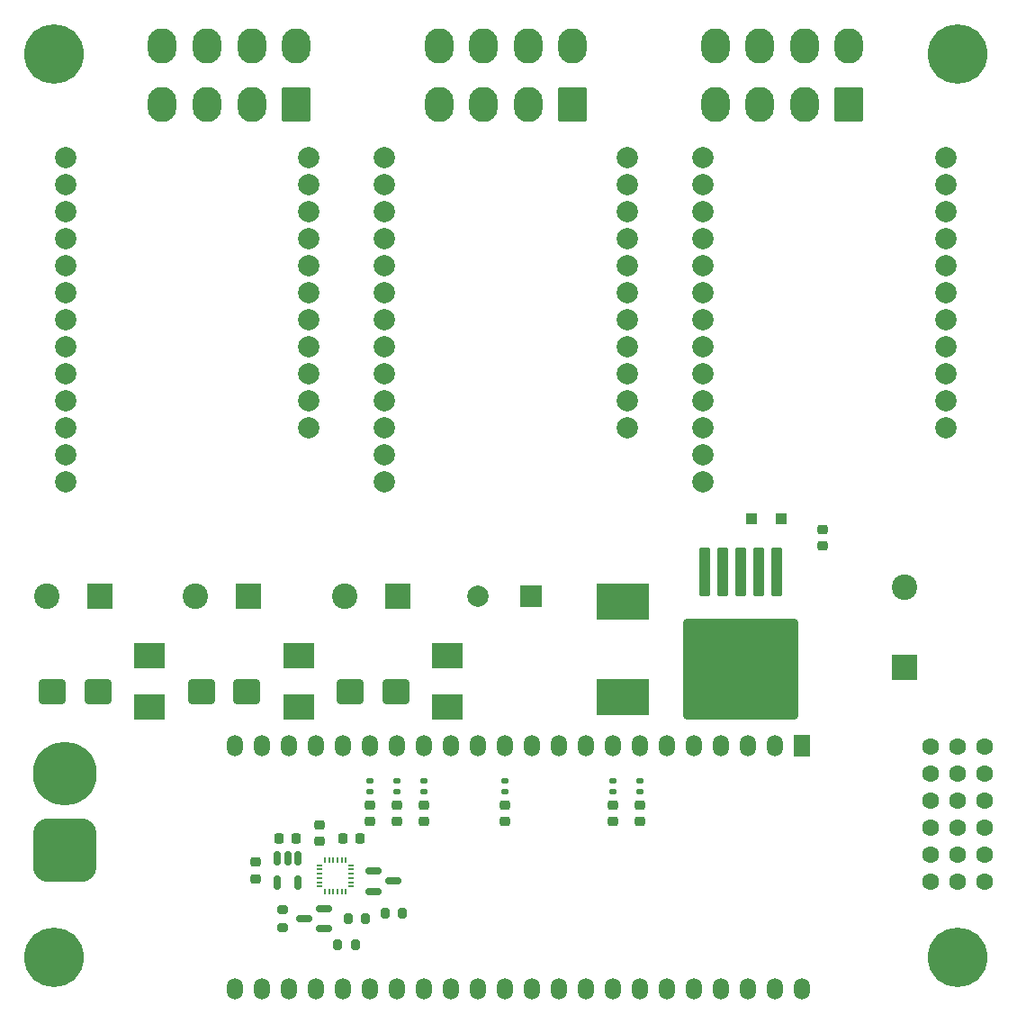
<source format=gts>
%TF.GenerationSoftware,KiCad,Pcbnew,7.0.8*%
%TF.CreationDate,2024-01-29T21:33:25+01:00*%
%TF.ProjectId,cube-motherboard,63756265-2d6d-46f7-9468-6572626f6172,rev?*%
%TF.SameCoordinates,Original*%
%TF.FileFunction,Soldermask,Top*%
%TF.FilePolarity,Negative*%
%FSLAX46Y46*%
G04 Gerber Fmt 4.6, Leading zero omitted, Abs format (unit mm)*
G04 Created by KiCad (PCBNEW 7.0.8) date 2024-01-29 21:33:25*
%MOMM*%
%LPD*%
G01*
G04 APERTURE LIST*
G04 Aperture macros list*
%AMRoundRect*
0 Rectangle with rounded corners*
0 $1 Rounding radius*
0 $2 $3 $4 $5 $6 $7 $8 $9 X,Y pos of 4 corners*
0 Add a 4 corners polygon primitive as box body*
4,1,4,$2,$3,$4,$5,$6,$7,$8,$9,$2,$3,0*
0 Add four circle primitives for the rounded corners*
1,1,$1+$1,$2,$3*
1,1,$1+$1,$4,$5*
1,1,$1+$1,$6,$7*
1,1,$1+$1,$8,$9*
0 Add four rect primitives between the rounded corners*
20,1,$1+$1,$2,$3,$4,$5,0*
20,1,$1+$1,$4,$5,$6,$7,0*
20,1,$1+$1,$6,$7,$8,$9,0*
20,1,$1+$1,$8,$9,$2,$3,0*%
G04 Aperture macros list end*
%ADD10C,2.000000*%
%ADD11R,5.000000X3.400000*%
%ADD12C,1.600000*%
%ADD13R,3.000000X2.400000*%
%ADD14RoundRect,0.147500X0.172500X-0.147500X0.172500X0.147500X-0.172500X0.147500X-0.172500X-0.147500X0*%
%ADD15RoundRect,0.225000X0.250000X-0.225000X0.250000X0.225000X-0.250000X0.225000X-0.250000X-0.225000X0*%
%ADD16RoundRect,0.150000X-0.150000X0.512500X-0.150000X-0.512500X0.150000X-0.512500X0.150000X0.512500X0*%
%ADD17RoundRect,0.250000X-1.000000X-0.900000X1.000000X-0.900000X1.000000X0.900000X-1.000000X0.900000X0*%
%ADD18R,1.500000X2.000000*%
%ADD19O,1.500000X2.000000*%
%ADD20RoundRect,0.225000X-0.225000X-0.250000X0.225000X-0.250000X0.225000X0.250000X-0.225000X0.250000X0*%
%ADD21C,5.600000*%
%ADD22RoundRect,0.150000X0.587500X0.150000X-0.587500X0.150000X-0.587500X-0.150000X0.587500X-0.150000X0*%
%ADD23RoundRect,1.500000X1.500000X-1.500000X1.500000X1.500000X-1.500000X1.500000X-1.500000X-1.500000X0*%
%ADD24C,6.000000*%
%ADD25R,2.000000X2.000000*%
%ADD26RoundRect,0.050000X0.225000X0.050000X-0.225000X0.050000X-0.225000X-0.050000X0.225000X-0.050000X0*%
%ADD27RoundRect,0.050000X-0.050000X0.225000X-0.050000X-0.225000X0.050000X-0.225000X0.050000X0.225000X0*%
%ADD28RoundRect,0.200000X-0.200000X-0.275000X0.200000X-0.275000X0.200000X0.275000X-0.200000X0.275000X0*%
%ADD29RoundRect,0.250001X1.099999X1.399999X-1.099999X1.399999X-1.099999X-1.399999X1.099999X-1.399999X0*%
%ADD30O,2.700000X3.300000*%
%ADD31RoundRect,0.250000X-0.300000X-0.300000X0.300000X-0.300000X0.300000X0.300000X-0.300000X0.300000X0*%
%ADD32R,2.400000X2.400000*%
%ADD33C,2.400000*%
%ADD34RoundRect,0.200000X0.200000X0.275000X-0.200000X0.275000X-0.200000X-0.275000X0.200000X-0.275000X0*%
%ADD35RoundRect,0.200000X0.275000X-0.200000X0.275000X0.200000X-0.275000X0.200000X-0.275000X-0.200000X0*%
%ADD36RoundRect,0.225000X0.225000X0.250000X-0.225000X0.250000X-0.225000X-0.250000X0.225000X-0.250000X0*%
%ADD37RoundRect,0.150000X-0.587500X-0.150000X0.587500X-0.150000X0.587500X0.150000X-0.587500X0.150000X0*%
%ADD38RoundRect,0.250000X-0.300000X2.050000X-0.300000X-2.050000X0.300000X-2.050000X0.300000X2.050000X0*%
%ADD39RoundRect,0.250002X-5.149998X4.449998X-5.149998X-4.449998X5.149998X-4.449998X5.149998X4.449998X0*%
G04 APERTURE END LIST*
D10*
%TO.C,U3*%
X86070000Y-34760000D03*
X86070000Y-37300000D03*
X86070000Y-39840000D03*
X86070000Y-42380000D03*
X86070000Y-44920000D03*
X86070000Y-47460000D03*
X86070000Y-50000000D03*
X86070000Y-52540000D03*
X86070000Y-55080000D03*
X86070000Y-57620000D03*
X86070000Y-60160000D03*
X86070000Y-62700000D03*
X86070000Y-65240000D03*
X108930000Y-60160000D03*
X108930000Y-57620000D03*
X108930000Y-55080000D03*
X108930000Y-52540000D03*
X108930000Y-50000000D03*
X108930000Y-47460000D03*
X108930000Y-44920000D03*
X108930000Y-42380000D03*
X108930000Y-39840000D03*
X108930000Y-37300000D03*
X108930000Y-34760000D03*
%TD*%
%TO.C,U2*%
X56070000Y-34760000D03*
X56070000Y-37300000D03*
X56070000Y-39840000D03*
X56070000Y-42380000D03*
X56070000Y-44920000D03*
X56070000Y-47460000D03*
X56070000Y-50000000D03*
X56070000Y-52540000D03*
X56070000Y-55080000D03*
X56070000Y-57620000D03*
X56070000Y-60160000D03*
X56070000Y-62700000D03*
X56070000Y-65240000D03*
X78930000Y-60160000D03*
X78930000Y-57620000D03*
X78930000Y-55080000D03*
X78930000Y-52540000D03*
X78930000Y-50000000D03*
X78930000Y-47460000D03*
X78930000Y-44920000D03*
X78930000Y-42380000D03*
X78930000Y-39840000D03*
X78930000Y-37300000D03*
X78930000Y-34760000D03*
%TD*%
%TO.C,U1*%
X26070000Y-34760000D03*
X26070000Y-37300000D03*
X26070000Y-39840000D03*
X26070000Y-42380000D03*
X26070000Y-44920000D03*
X26070000Y-47460000D03*
X26070000Y-50000000D03*
X26070000Y-52540000D03*
X26070000Y-55080000D03*
X26070000Y-57620000D03*
X26070000Y-60160000D03*
X26070000Y-62700000D03*
X26070000Y-65240000D03*
X48930000Y-60160000D03*
X48930000Y-57620000D03*
X48930000Y-55080000D03*
X48930000Y-52540000D03*
X48930000Y-50000000D03*
X48930000Y-47460000D03*
X48930000Y-44920000D03*
X48930000Y-42380000D03*
X48930000Y-39840000D03*
X48930000Y-37300000D03*
X48930000Y-34760000D03*
%TD*%
D11*
%TO.C,L1*%
X78500000Y-76550000D03*
X78500000Y-85450000D03*
%TD*%
D12*
%TO.C,J5*%
X107460000Y-102850000D03*
X107460000Y-100310000D03*
X107460000Y-97770000D03*
X107460000Y-95230000D03*
X107460000Y-92690000D03*
X107460000Y-90150000D03*
X110000000Y-102850000D03*
X110000000Y-100310000D03*
X110000000Y-97770000D03*
X110000000Y-95230000D03*
X110000000Y-92690000D03*
X110000000Y-90150000D03*
X112540000Y-102850000D03*
X112540000Y-100310000D03*
X112540000Y-97770000D03*
X112540000Y-95230000D03*
X112540000Y-92690000D03*
X112540000Y-90150000D03*
%TD*%
D13*
%TO.C,F3*%
X62000000Y-86430000D03*
X62000000Y-81570000D03*
%TD*%
%TO.C,F2*%
X48000000Y-86430000D03*
X48000000Y-81570000D03*
%TD*%
%TO.C,F1*%
X34000000Y-86430000D03*
X34000000Y-81570000D03*
%TD*%
D14*
%TO.C,D9*%
X77612080Y-94365000D03*
X77612080Y-93395000D03*
%TD*%
D15*
%TO.C,C10*%
X77612080Y-97195000D03*
X77612080Y-95645000D03*
%TD*%
D16*
%TO.C,U6*%
X47925000Y-100662500D03*
X46975000Y-100662500D03*
X46025000Y-100662500D03*
X46025000Y-102937500D03*
X47925000Y-102937500D03*
%TD*%
D14*
%TO.C,D7*%
X59832080Y-94365000D03*
X59832080Y-93395000D03*
%TD*%
D17*
%TO.C,D3*%
X52850000Y-85000000D03*
X57150000Y-85000000D03*
%TD*%
D14*
%TO.C,D6*%
X54752080Y-94365000D03*
X54752080Y-93395000D03*
%TD*%
D18*
%TO.C,U4*%
X95392080Y-90070000D03*
D19*
X92852080Y-90070000D03*
X90312080Y-90070000D03*
X87772080Y-90070000D03*
X85232080Y-90070000D03*
X82692080Y-90070000D03*
X80152080Y-90070000D03*
X77612080Y-90070000D03*
X75072080Y-90070000D03*
X72532080Y-90070000D03*
X69992080Y-90070000D03*
X67452080Y-90070000D03*
X64912080Y-90070000D03*
X62372080Y-90070000D03*
X59832080Y-90070000D03*
X57292080Y-90070000D03*
X54752080Y-90070000D03*
X52212080Y-90070000D03*
X49672080Y-90070000D03*
X47134800Y-90066320D03*
X44594800Y-90066320D03*
X42054800Y-90066320D03*
X42052080Y-112930000D03*
X44592080Y-112930000D03*
X47132080Y-112930000D03*
X49672080Y-112930000D03*
X52212080Y-112930000D03*
X54752080Y-112930000D03*
X57292080Y-112930000D03*
X59832080Y-112930000D03*
X62372080Y-112930000D03*
X64912080Y-112930000D03*
X67452080Y-112930000D03*
X69992080Y-112930000D03*
X72532080Y-112930000D03*
X75072080Y-112930000D03*
X77612080Y-112930000D03*
X80152080Y-112930000D03*
X82692080Y-112930000D03*
X85232080Y-112930000D03*
X87772080Y-112930000D03*
X90312080Y-112930000D03*
X92852080Y-112930000D03*
X95392080Y-112930000D03*
%TD*%
D20*
%TO.C,C14*%
X52200000Y-98800000D03*
X53750000Y-98800000D03*
%TD*%
D15*
%TO.C,C7*%
X54752080Y-97195000D03*
X54752080Y-95645000D03*
%TD*%
D21*
%TO.C,H4*%
X110000000Y-110000000D03*
%TD*%
D22*
%TO.C,Q2*%
X50412500Y-107250000D03*
X50412500Y-105350000D03*
X48537500Y-106300000D03*
%TD*%
D23*
%TO.C,J1*%
X26000000Y-99900000D03*
D24*
X26000000Y-92700000D03*
%TD*%
D25*
%TO.C,C5*%
X69867677Y-76000000D03*
D10*
X64867677Y-76000000D03*
%TD*%
D21*
%TO.C,H1*%
X25000000Y-25000000D03*
%TD*%
D15*
%TO.C,C8*%
X59832080Y-97195000D03*
X59832080Y-95645000D03*
%TD*%
D14*
%TO.C,D5*%
X57292080Y-94365000D03*
X57292080Y-93395000D03*
%TD*%
D15*
%TO.C,C6*%
X57292080Y-97195000D03*
X57292080Y-95645000D03*
%TD*%
%TO.C,C13*%
X43975000Y-102575000D03*
X43975000Y-101025000D03*
%TD*%
D14*
%TO.C,D8*%
X67452080Y-94365000D03*
X67452080Y-93395000D03*
%TD*%
D26*
%TO.C,U7*%
X52975000Y-103300000D03*
X52975000Y-102900000D03*
X52975000Y-102500000D03*
X52975000Y-102100000D03*
X52975000Y-101700000D03*
X52975000Y-101300000D03*
D27*
X52475000Y-100800000D03*
X52075000Y-100800000D03*
X51675000Y-100800000D03*
X51275000Y-100800000D03*
X50875000Y-100800000D03*
X50475000Y-100800000D03*
D26*
X49975000Y-101300000D03*
X49975000Y-101700000D03*
X49975000Y-102100000D03*
X49975000Y-102500000D03*
X49975000Y-102900000D03*
X49975000Y-103300000D03*
D27*
X50475000Y-103800000D03*
X50875000Y-103800000D03*
X51275000Y-103800000D03*
X51675000Y-103800000D03*
X52075000Y-103800000D03*
X52475000Y-103800000D03*
%TD*%
D28*
%TO.C,R3*%
X52650000Y-106300000D03*
X54300000Y-106300000D03*
%TD*%
D15*
%TO.C,C11*%
X80152080Y-97195000D03*
X80152080Y-95645000D03*
%TD*%
D17*
%TO.C,D1*%
X24850000Y-85000000D03*
X29150000Y-85000000D03*
%TD*%
%TO.C,D2*%
X38850000Y-85000000D03*
X43150000Y-85000000D03*
%TD*%
D29*
%TO.C,J2*%
X47800000Y-29750000D03*
D30*
X43600000Y-29750000D03*
X39400000Y-29750000D03*
X35200000Y-29750000D03*
X47800000Y-24250000D03*
X43600000Y-24250000D03*
X39400000Y-24250000D03*
X35200000Y-24250000D03*
%TD*%
D31*
%TO.C,D4*%
X90600000Y-68725000D03*
X93400000Y-68725000D03*
%TD*%
D32*
%TO.C,C2*%
X43323959Y-76000000D03*
D33*
X38323959Y-76000000D03*
%TD*%
D29*
%TO.C,J3*%
X73800000Y-29750000D03*
D30*
X69600000Y-29750000D03*
X65400000Y-29750000D03*
X61200000Y-29750000D03*
X73800000Y-24250000D03*
X69600000Y-24250000D03*
X65400000Y-24250000D03*
X61200000Y-24250000D03*
%TD*%
D32*
%TO.C,C1*%
X29323959Y-76000000D03*
D33*
X24323959Y-76000000D03*
%TD*%
D32*
%TO.C,C4*%
X105000000Y-82702780D03*
D33*
X105000000Y-75202780D03*
%TD*%
D34*
%TO.C,R4*%
X53325000Y-108800000D03*
X51675000Y-108800000D03*
%TD*%
D32*
%TO.C,C3*%
X57323959Y-76000000D03*
D33*
X52323959Y-76000000D03*
%TD*%
D15*
%TO.C,C9*%
X67452080Y-97195000D03*
X67452080Y-95645000D03*
%TD*%
%TO.C,C16*%
X97300000Y-71275000D03*
X97300000Y-69725000D03*
%TD*%
D21*
%TO.C,H3*%
X25000000Y-110000000D03*
%TD*%
D28*
%TO.C,R1*%
X56150000Y-105800000D03*
X57800000Y-105800000D03*
%TD*%
D15*
%TO.C,C15*%
X49975000Y-99075000D03*
X49975000Y-97525000D03*
%TD*%
D35*
%TO.C,R2*%
X46475000Y-107125000D03*
X46475000Y-105475000D03*
%TD*%
D36*
%TO.C,C12*%
X47750000Y-98800000D03*
X46200000Y-98800000D03*
%TD*%
D37*
%TO.C,Q1*%
X55037500Y-101850000D03*
X55037500Y-103750000D03*
X56912500Y-102800000D03*
%TD*%
D38*
%TO.C,U5*%
X93000000Y-73725000D03*
X91300000Y-73725000D03*
X89600000Y-73725000D03*
D39*
X89600000Y-82875000D03*
D38*
X87900000Y-73725000D03*
X86200000Y-73725000D03*
%TD*%
D29*
%TO.C,J4*%
X99800000Y-29750000D03*
D30*
X95600000Y-29750000D03*
X91400000Y-29750000D03*
X87200000Y-29750000D03*
X99800000Y-24250000D03*
X95600000Y-24250000D03*
X91400000Y-24250000D03*
X87200000Y-24250000D03*
%TD*%
D21*
%TO.C,H2*%
X110000000Y-25000000D03*
%TD*%
D14*
%TO.C,D10*%
X80152080Y-94365000D03*
X80152080Y-93395000D03*
%TD*%
M02*

</source>
